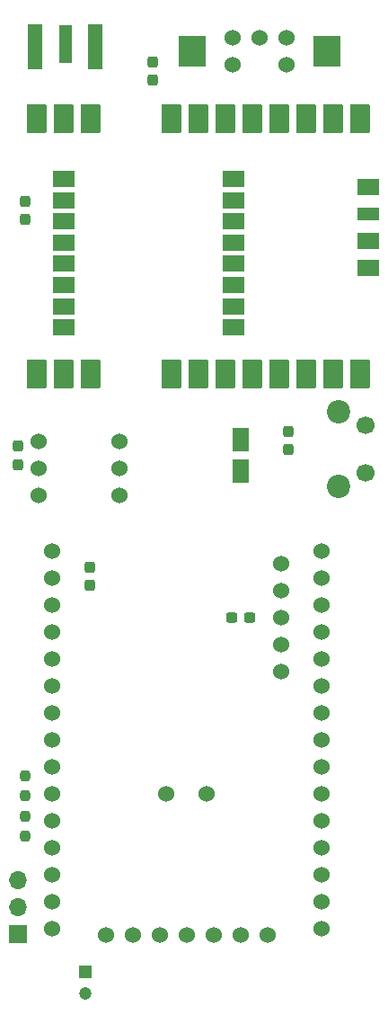
<source format=gts>
G04 #@! TF.GenerationSoftware,KiCad,Pcbnew,6.0.11+dfsg-1*
G04 #@! TF.CreationDate,2024-12-20T09:16:10+02:00*
G04 #@! TF.ProjectId,lora_tracker,6c6f7261-5f74-4726-9163-6b65722e6b69,rev?*
G04 #@! TF.SameCoordinates,Original*
G04 #@! TF.FileFunction,Soldermask,Top*
G04 #@! TF.FilePolarity,Negative*
%FSLAX46Y46*%
G04 Gerber Fmt 4.6, Leading zero omitted, Abs format (unit mm)*
G04 Created by KiCad (PCBNEW 6.0.11+dfsg-1) date 2024-12-20 09:16:10*
%MOMM*%
%LPD*%
G01*
G04 APERTURE LIST*
G04 Aperture macros list*
%AMRoundRect*
0 Rectangle with rounded corners*
0 $1 Rounding radius*
0 $2 $3 $4 $5 $6 $7 $8 $9 X,Y pos of 4 corners*
0 Add a 4 corners polygon primitive as box body*
4,1,4,$2,$3,$4,$5,$6,$7,$8,$9,$2,$3,0*
0 Add four circle primitives for the rounded corners*
1,1,$1+$1,$2,$3*
1,1,$1+$1,$4,$5*
1,1,$1+$1,$6,$7*
1,1,$1+$1,$8,$9*
0 Add four rect primitives between the rounded corners*
20,1,$1+$1,$2,$3,$4,$5,0*
20,1,$1+$1,$4,$5,$6,$7,0*
20,1,$1+$1,$6,$7,$8,$9,0*
20,1,$1+$1,$8,$9,$2,$3,0*%
G04 Aperture macros list end*
%ADD10C,1.524000*%
%ADD11R,2.000000X1.524000*%
%ADD12R,2.000000X1.254000*%
%ADD13R,1.600000X2.200000*%
%ADD14RoundRect,0.237500X-0.237500X0.300000X-0.237500X-0.300000X0.237500X-0.300000X0.237500X0.300000X0*%
%ADD15R,2.000000X1.500000*%
%ADD16RoundRect,0.237500X0.237500X-0.300000X0.237500X0.300000X-0.237500X0.300000X-0.237500X-0.300000X0*%
%ADD17RoundRect,0.101600X0.850000X1.250000X-0.850000X1.250000X-0.850000X-1.250000X0.850000X-1.250000X0*%
%ADD18R,1.200000X1.200000*%
%ADD19C,1.200000*%
%ADD20C,2.200000*%
%ADD21C,1.700000*%
%ADD22R,2.500000X3.000000*%
%ADD23RoundRect,0.237500X0.237500X-0.250000X0.237500X0.250000X-0.237500X0.250000X-0.237500X-0.250000X0*%
%ADD24R,1.700000X1.700000*%
%ADD25O,1.700000X1.700000*%
%ADD26R,1.270000X3.600000*%
%ADD27R,1.350000X4.200000*%
%ADD28RoundRect,0.237500X0.300000X0.237500X-0.300000X0.237500X-0.300000X-0.237500X0.300000X-0.237500X0*%
G04 APERTURE END LIST*
D10*
X81280000Y-93432500D03*
X81280000Y-95972500D03*
X81280000Y-98512500D03*
X81280000Y-101052500D03*
X81280000Y-103592500D03*
X81280000Y-106132500D03*
X81280000Y-108672500D03*
X81280000Y-111212500D03*
X81280000Y-113752500D03*
X81280000Y-116292500D03*
X81280000Y-118832500D03*
X81280000Y-121372500D03*
X81280000Y-123912500D03*
X81280000Y-126452500D03*
X81280000Y-128992500D03*
X106680000Y-128992500D03*
X106680000Y-126452500D03*
X106680000Y-123912500D03*
X106680000Y-121372500D03*
X106680000Y-118832500D03*
X106680000Y-116292500D03*
X106680000Y-113752500D03*
X106680000Y-111212500D03*
X106680000Y-108672500D03*
X106680000Y-106132500D03*
X106680000Y-103592500D03*
X106680000Y-101052500D03*
X106680000Y-98512500D03*
X106680000Y-95972500D03*
X106680000Y-93432500D03*
X86360000Y-129627500D03*
X88900000Y-129627500D03*
X91440000Y-129627500D03*
X93980000Y-129627500D03*
X96520000Y-129627500D03*
X99060000Y-129627500D03*
X101600000Y-129627500D03*
X95885000Y-116292500D03*
X92075000Y-116292500D03*
D11*
X111125000Y-59142500D03*
D12*
X111125000Y-61682500D03*
D11*
X111125000Y-64222500D03*
X111125000Y-66762500D03*
D10*
X87630000Y-83118423D03*
X87630000Y-85658423D03*
X87630000Y-88198423D03*
X80010000Y-88198423D03*
X80010000Y-85658423D03*
X80010000Y-83118423D03*
D13*
X99060000Y-82955000D03*
X99060000Y-85955000D03*
D14*
X103545000Y-82157500D03*
X103545000Y-83882500D03*
D15*
X82424000Y-58405000D03*
X82424000Y-60405000D03*
X82424000Y-62405000D03*
X82424000Y-64405000D03*
X82424000Y-66405000D03*
X82424000Y-68405000D03*
X82424000Y-70405000D03*
X82424000Y-72405000D03*
X98424000Y-72405000D03*
X98424000Y-70405000D03*
X98424000Y-68405000D03*
X98424000Y-66405000D03*
X98424000Y-64405000D03*
X98424000Y-62405000D03*
X98424000Y-60405000D03*
X98424000Y-58405000D03*
D16*
X78740000Y-62230000D03*
X78740000Y-60505000D03*
D17*
X79868501Y-76770000D03*
X82408501Y-76770000D03*
X84948501Y-76770000D03*
X92548501Y-76770000D03*
X95088501Y-76770000D03*
X97628501Y-76770000D03*
X100168501Y-76770000D03*
X102708501Y-76770000D03*
X105248501Y-76770000D03*
X107788501Y-76770000D03*
X110328501Y-76770000D03*
X110328501Y-52770000D03*
X107788501Y-52770000D03*
X105248501Y-52770000D03*
X102708501Y-52770000D03*
X100168501Y-52770000D03*
X97628501Y-52770000D03*
X95088501Y-52770000D03*
X92548501Y-52770000D03*
X84948501Y-52770000D03*
X82408501Y-52770000D03*
X79868501Y-52770000D03*
D18*
X84455000Y-133094604D03*
D19*
X84455000Y-135094604D03*
D20*
X108335000Y-87320000D03*
X108335000Y-80320000D03*
D21*
X110835000Y-81570000D03*
X110835000Y-86070000D03*
D16*
X90805000Y-49122500D03*
X90805000Y-47397500D03*
D10*
X103417500Y-45077500D03*
X98337500Y-45077500D03*
X100877500Y-45077500D03*
D22*
X94527500Y-46347500D03*
X107227500Y-46347500D03*
D10*
X98337500Y-47617500D03*
X103417500Y-47617500D03*
D16*
X78105000Y-85317500D03*
X78105000Y-83592500D03*
X84855000Y-96685000D03*
X84855000Y-94960000D03*
D23*
X78740000Y-120292500D03*
X78740000Y-118467500D03*
D24*
X78105000Y-129525000D03*
D25*
X78105000Y-126985000D03*
X78105000Y-124445000D03*
D23*
X78740000Y-116482500D03*
X78740000Y-114657500D03*
D26*
X82550000Y-45737500D03*
D27*
X85375000Y-45937500D03*
X79725000Y-45937500D03*
D28*
X99922500Y-99695000D03*
X98197500Y-99695000D03*
D10*
X102870000Y-94615000D03*
X102870000Y-97155000D03*
X102870000Y-99695000D03*
X102870000Y-102235000D03*
X102870000Y-104775000D03*
M02*

</source>
